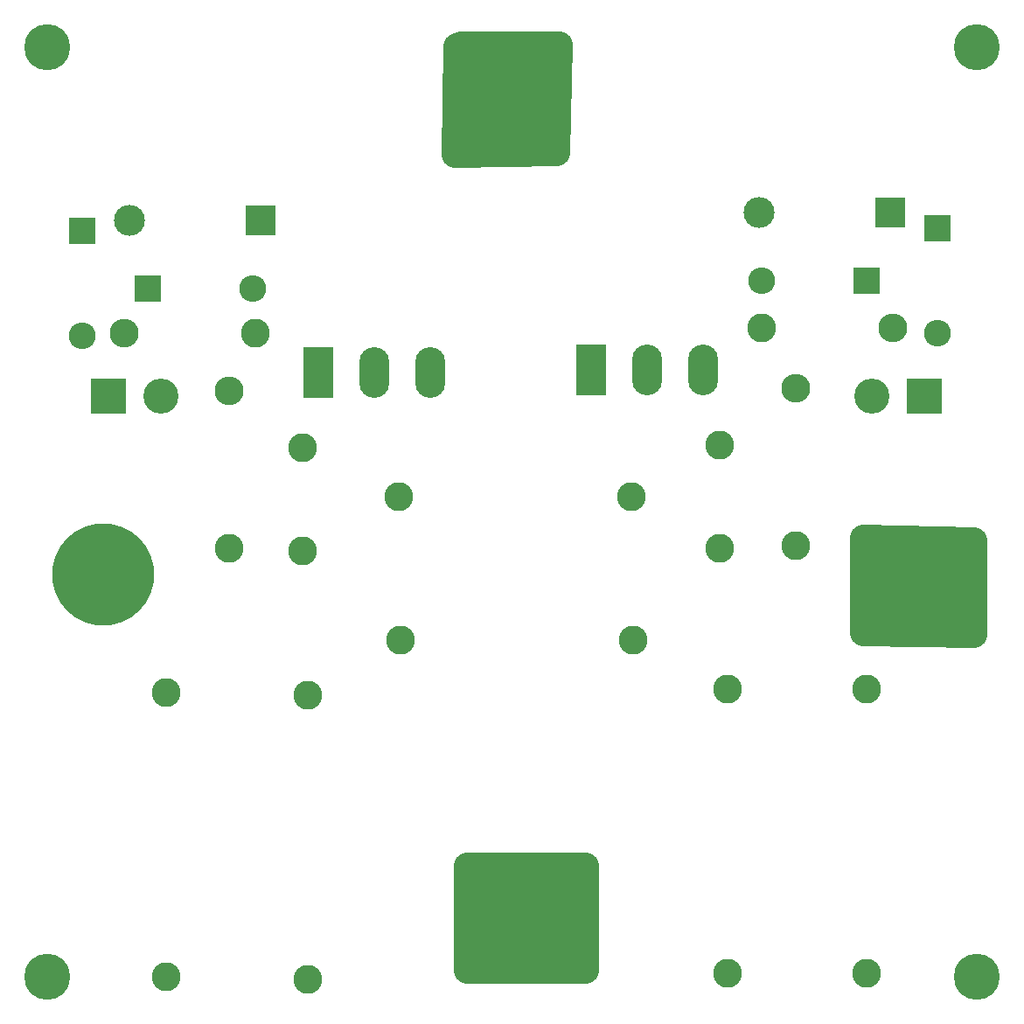
<source format=gbr>
G04 #@! TF.FileFunction,Soldermask,Top*
%FSLAX46Y46*%
G04 Gerber Fmt 4.6, Leading zero omitted, Abs format (unit mm)*
G04 Created by KiCad (PCBNEW 4.0.7) date 02/11/18 22:43:29*
%MOMM*%
%LPD*%
G01*
G04 APERTURE LIST*
%ADD10C,0.100000*%
%ADD11R,3.400000X3.400000*%
%ADD12C,3.400000*%
%ADD13C,2.800000*%
%ADD14C,9.900000*%
%ADD15R,2.900000X4.900000*%
%ADD16O,2.900000X4.900000*%
%ADD17O,2.800000X2.800000*%
%ADD18C,4.464000*%
%ADD19R,2.600000X2.600000*%
%ADD20O,2.600000X2.600000*%
%ADD21R,3.000000X3.000000*%
%ADD22O,3.000000X3.000000*%
%ADD23C,2.500000*%
G04 APERTURE END LIST*
D10*
D11*
X134874000Y-83820000D03*
D12*
X129794000Y-83820000D03*
D13*
X115062000Y-98552000D03*
X115062000Y-88552000D03*
X106496000Y-93544000D03*
X83996000Y-93544000D03*
X74676000Y-98806000D03*
X74676000Y-88806000D03*
D11*
X55880000Y-83820000D03*
D12*
X60960000Y-83820000D03*
D14*
X94996000Y-54610000D03*
X96266000Y-133858000D03*
X134874000Y-101346000D03*
X55372000Y-101092000D03*
D15*
X102616000Y-81280000D03*
D16*
X108066000Y-81280000D03*
X113516000Y-81280000D03*
D15*
X76200000Y-81534000D03*
D16*
X81650000Y-81534000D03*
X87100000Y-81534000D03*
D13*
X122428000Y-98298000D03*
D17*
X122428000Y-83058000D03*
D13*
X67564000Y-98552000D03*
D17*
X67564000Y-83312000D03*
D18*
X50000000Y-50000000D03*
X140000000Y-50000000D03*
X50000000Y-140000000D03*
X140000000Y-140000000D03*
D19*
X53340000Y-67818000D03*
D20*
X53340000Y-77978000D03*
D19*
X136144000Y-67564000D03*
D20*
X136144000Y-77724000D03*
D13*
X106680000Y-107442000D03*
X84180000Y-107442000D03*
D19*
X129286000Y-72644000D03*
D20*
X119126000Y-72644000D03*
D19*
X59690000Y-73406000D03*
D20*
X69850000Y-73406000D03*
D13*
X119126000Y-77216000D03*
D17*
X131826000Y-77216000D03*
D13*
X70104000Y-77724000D03*
D17*
X57404000Y-77724000D03*
D13*
X61468000Y-112522000D03*
X61468000Y-140022000D03*
X115824000Y-139700000D03*
X115824000Y-112200000D03*
X75184000Y-112776000D03*
X75184000Y-140276000D03*
X129286000Y-139700000D03*
X129286000Y-112200000D03*
D21*
X131572000Y-66040000D03*
D22*
X118872000Y-66040000D03*
D21*
X70612000Y-66802000D03*
D22*
X57912000Y-66802000D03*
D23*
G36*
X99357784Y-60242764D02*
X89413776Y-60445703D01*
X89624112Y-49928912D01*
X90118847Y-49764000D01*
X99563250Y-49764000D01*
X99357784Y-60242764D01*
X99357784Y-60242764D01*
G37*
X99357784Y-60242764D02*
X89413776Y-60445703D01*
X89624112Y-49928912D01*
X90118847Y-49764000D01*
X99563250Y-49764000D01*
X99357784Y-60242764D01*
G36*
X139720000Y-97745731D02*
X139720000Y-106929730D01*
X129012000Y-106723807D01*
X129012000Y-97535770D01*
X139720000Y-97745731D01*
X139720000Y-97745731D01*
G37*
X139720000Y-97745731D02*
X139720000Y-106929730D01*
X129012000Y-106723807D01*
X129012000Y-97535770D01*
X139720000Y-97745731D01*
G36*
X102128000Y-139466000D02*
X90658000Y-139466000D01*
X90658000Y-129266000D01*
X102128000Y-129266000D01*
X102128000Y-139466000D01*
X102128000Y-139466000D01*
G37*
X102128000Y-139466000D02*
X90658000Y-139466000D01*
X90658000Y-129266000D01*
X102128000Y-129266000D01*
X102128000Y-139466000D01*
M02*

</source>
